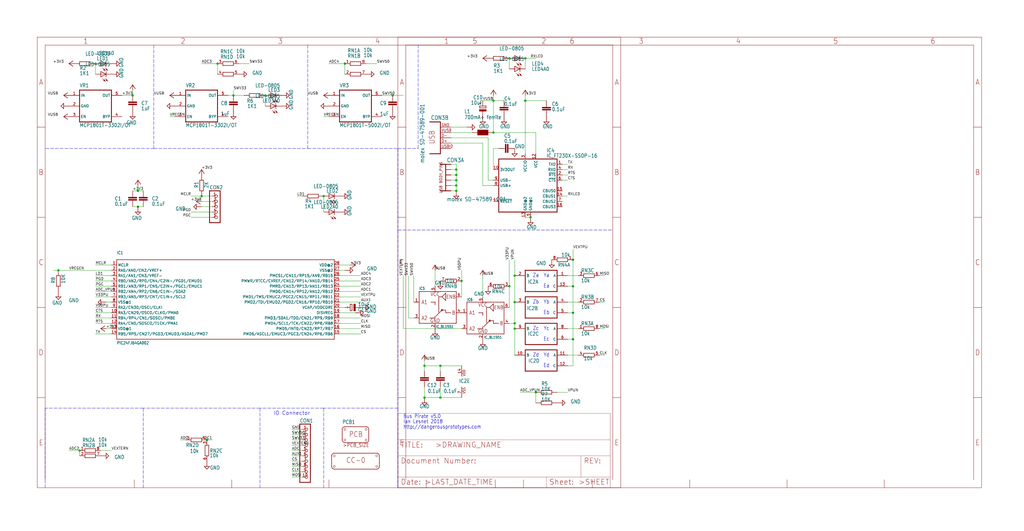
<source format=kicad_sch>
(kicad_sch (version 20211123) (generator eeschema)
  (paper "User" 490.22 254.406)
  (junction (at 210.82 175.26))
  (junction (at 154.94 93.98))
  (junction (at 274.32 162.56))
  (junction (at 243.84 27.94))
  (junction (at 38.1 215.9))
  (junction (at 246.38 154.94))
  (junction (at 251.46 27.94))
  (junction (at 165.1 30.48))
  (junction (at 218.44 81.28))
  (junction (at 63.5 45.72))
  (junction (at 66.04 91.44))
  (junction (at 256.54 187.96))
  (junction (at 187.96 45.72))
  (junction (at 127 45.72))
  (junction (at 218.44 91.44))
  (junction (at 246.38 157.48))
  (junction (at 218.44 86.36))
  (junction (at 96.52 93.98))
  (junction (at 220.98 134.62))
  (junction (at 246.38 132.08))
  (junction (at 218.44 88.9))
  (junction (at 111.76 45.72))
  (junction (at 274.32 149.86))
  (junction (at 236.22 63.5))
  (junction (at 104.14 30.48))
  (junction (at 236.22 48.26))
  (junction (at 246.38 144.78))
  (junction (at 203.2 190.5))
  (junction (at 45.72 30.48))
  (junction (at 274.32 124.46))
  (junction (at 218.44 83.82))
  (junction (at 27.94 129.54))
  (junction (at 274.32 137.16))
  (junction (at 251.46 48.26))
  (junction (at 66.04 99.06))
  (junction (at 99.06 210.82))
  (junction (at 210.82 190.5))
  (junction (at 203.2 175.26))
  (junction (at 243.84 137.16))
  (junction (at 254 104.14))
  (wire (pts (xy 246.38 144.78) (xy 246.38 154.94)))
  (polyline (pts (xy 21.844 71.12) (xy 73.66 71.12)))
  (wire (pts (xy 271.78 137.16) (xy 274.32 137.16)))
  (wire (pts (xy 236.22 45.72) (xy 236.22 48.26)))
  (wire (pts (xy 236.22 63.5) (xy 256.54 63.5)))
  (wire (pts (xy 274.32 124.46) (xy 274.32 119.38)))
  (wire (pts (xy 269.24 86.36) (xy 271.78 86.36)))
  (wire (pts (xy 226.06 63.5) (xy 215.9 63.5)))
  (wire (pts (xy 269.24 81.28) (xy 271.78 81.28)))
  (wire (pts (xy 66.04 91.44) (xy 68.58 91.44)))
  (wire (pts (xy 162.56 137.16) (xy 172.72 137.16)))
  (wire (pts (xy 287.02 132.08) (xy 289.56 132.08)))
  (wire (pts (xy 48.26 215.9) (xy 53.34 215.9)))
  (wire (pts (xy 220.98 142.24) (xy 220.98 134.62)))
  (wire (pts (xy 167.64 127) (xy 162.56 127)))
  (wire (pts (xy 162.56 160.02) (xy 172.72 160.02)))
  (polyline (pts (xy 21.59 195.58) (xy 21.59 233.68)))
  (wire (pts (xy 274.32 175.26) (xy 274.32 162.56)))
  (wire (pts (xy 53.34 132.08) (xy 45.72 132.08)))
  (wire (pts (xy 144.78 215.9) (xy 139.7 215.9)))
  (wire (pts (xy 193.04 45.72) (xy 187.96 45.72)))
  (wire (pts (xy 53.34 137.16) (xy 45.72 137.16)))
  (polyline (pts (xy 200.152 71.12) (xy 200.152 21.59)))
  (wire (pts (xy 246.38 124.46) (xy 246.38 132.08)))
  (wire (pts (xy 256.54 187.96) (xy 248.92 187.96)))
  (wire (pts (xy 104.14 30.48) (xy 104.14 35.56)))
  (wire (pts (xy 271.78 162.56) (xy 274.32 162.56)))
  (wire (pts (xy 218.44 91.44) (xy 215.9 91.44)))
  (polyline (pts (xy 124.46 195.58) (xy 68.58 195.58)))
  (wire (pts (xy 246.38 170.18) (xy 246.38 157.48)))
  (wire (pts (xy 215.9 66.04) (xy 233.68 66.04)))
  (wire (pts (xy 274.32 162.56) (xy 274.32 149.86)))
  (wire (pts (xy 220.98 157.48) (xy 193.04 157.48)))
  (polyline (pts (xy 190.5 71.12) (xy 190.5 110.236)))
  (polyline (pts (xy 190.5 110.236) (xy 293.37 110.236)))
  (wire (pts (xy 220.98 134.62) (xy 220.98 129.54)))
  (wire (pts (xy 175.26 30.48) (xy 180.34 30.48)))
  (wire (pts (xy 27.94 129.54) (xy 25.4 129.54)))
  (wire (pts (xy 162.56 144.78) (xy 172.72 144.78)))
  (wire (pts (xy 63.5 99.06) (xy 66.04 99.06)))
  (wire (pts (xy 144.78 220.98) (xy 139.7 220.98)))
  (wire (pts (xy 276.86 144.78) (xy 271.78 144.78)))
  (wire (pts (xy 271.78 175.26) (xy 274.32 175.26)))
  (wire (pts (xy 218.44 78.74) (xy 215.9 78.74)))
  (polyline (pts (xy 68.58 195.58) (xy 21.59 195.58)))
  (wire (pts (xy 99.06 210.82) (xy 101.6 210.82)))
  (wire (pts (xy 218.44 83.82) (xy 218.44 86.36)))
  (polyline (pts (xy 154.94 195.58) (xy 124.46 195.58)))
  (wire (pts (xy 231.14 48.26) (xy 236.22 48.26)))
  (wire (pts (xy 210.82 190.5) (xy 210.82 185.42)))
  (wire (pts (xy 162.56 142.24) (xy 172.72 142.24)))
  (wire (pts (xy 210.82 177.8) (xy 210.82 175.26)))
  (wire (pts (xy 243.84 147.32) (xy 243.84 137.16)))
  (wire (pts (xy 261.62 48.26) (xy 251.46 48.26)))
  (polyline (pts (xy 68.58 195.58) (xy 68.58 233.68)))
  (wire (pts (xy 53.34 154.94) (xy 45.72 154.94)))
  (wire (pts (xy 269.24 78.74) (xy 271.78 78.74)))
  (wire (pts (xy 144.78 213.36) (xy 139.7 213.36)))
  (wire (pts (xy 218.44 83.82) (xy 215.9 83.82)))
  (polyline (pts (xy 147.32 71.12) (xy 190.5 71.12)))
  (wire (pts (xy 243.84 154.94) (xy 246.38 154.94)))
  (wire (pts (xy 101.6 93.98) (xy 96.52 93.98)))
  (wire (pts (xy 269.24 93.98) (xy 271.78 93.98)))
  (wire (pts (xy 162.56 132.08) (xy 172.72 132.08)))
  (wire (pts (xy 210.82 175.26) (xy 220.98 175.26)))
  (wire (pts (xy 111.76 45.72) (xy 116.84 45.72)))
  (polyline (pts (xy 190.5 195.58) (xy 154.94 195.58)))
  (wire (pts (xy 66.04 91.44) (xy 66.04 88.9)))
  (wire (pts (xy 271.78 149.86) (xy 274.32 149.86)))
  (wire (pts (xy 203.2 190.5) (xy 210.82 190.5)))
  (wire (pts (xy 198.12 152.4) (xy 195.58 152.4)))
  (wire (pts (xy 231.14 142.24) (xy 231.14 132.08)))
  (polyline (pts (xy 147.32 21.59) (xy 147.32 71.12)))
  (wire (pts (xy 246.38 154.94) (xy 246.38 157.48)))
  (wire (pts (xy 53.34 152.4) (xy 45.72 152.4)))
  (polyline (pts (xy 73.66 21.59) (xy 73.66 71.12)))
  (wire (pts (xy 236.22 88.9) (xy 231.14 88.9)))
  (wire (pts (xy 165.1 30.48) (xy 157.48 30.48)))
  (wire (pts (xy 276.86 157.48) (xy 271.78 157.48)))
  (polyline (pts (xy 154.94 195.58) (xy 154.94 233.68)))
  (wire (pts (xy 96.52 93.98) (xy 91.44 93.98)))
  (wire (pts (xy 144.78 205.74) (xy 139.7 205.74)))
  (wire (pts (xy 53.34 134.62) (xy 45.72 134.62)))
  (wire (pts (xy 218.44 88.9) (xy 218.44 91.44)))
  (wire (pts (xy 218.44 81.28) (xy 218.44 83.82)))
  (wire (pts (xy 162.56 139.7) (xy 172.72 139.7)))
  (wire (pts (xy 63.5 91.44) (xy 66.04 91.44)))
  (wire (pts (xy 144.78 218.44) (xy 139.7 218.44)))
  (wire (pts (xy 101.6 104.14) (xy 91.44 104.14)))
  (wire (pts (xy 276.86 132.08) (xy 271.78 132.08)))
  (wire (pts (xy 144.78 226.06) (xy 139.7 226.06)))
  (polyline (pts (xy 190.5 110.236) (xy 190.5 195.58)))
  (wire (pts (xy 223.52 60.96) (xy 215.9 60.96)))
  (wire (pts (xy 111.76 45.72) (xy 111.76 43.18)))
  (wire (pts (xy 170.18 149.86) (xy 162.56 149.86)))
  (wire (pts (xy 144.78 208.28) (xy 139.7 208.28)))
  (wire (pts (xy 243.84 27.94) (xy 243.84 33.02)))
  (wire (pts (xy 243.84 137.16) (xy 243.84 124.46)))
  (wire (pts (xy 162.56 157.48) (xy 172.72 157.48)))
  (wire (pts (xy 251.46 27.94) (xy 256.54 27.94)))
  (wire (pts (xy 251.46 45.72) (xy 251.46 48.26)))
  (wire (pts (xy 104.14 30.48) (xy 96.52 30.48)))
  (wire (pts (xy 256.54 187.96) (xy 256.54 193.04)))
  (wire (pts (xy 101.6 99.06) (xy 96.52 99.06)))
  (wire (pts (xy 144.78 223.52) (xy 139.7 223.52)))
  (wire (pts (xy 236.22 86.36) (xy 233.68 86.36)))
  (wire (pts (xy 144.78 210.82) (xy 139.7 210.82)))
  (wire (pts (xy 203.2 185.42) (xy 203.2 190.5)))
  (wire (pts (xy 53.34 144.78) (xy 50.8 144.78)))
  (wire (pts (xy 45.72 30.48) (xy 45.72 35.56)))
  (polyline (pts (xy 190.5 71.12) (xy 200.152 71.12)))
  (polyline (pts (xy 190.5 195.58) (xy 190.5 233.68)))
  (wire (pts (xy 154.94 93.98) (xy 154.94 101.6)))
  (wire (pts (xy 236.22 71.12) (xy 236.22 81.28)))
  (wire (pts (xy 210.82 175.26) (xy 203.2 175.26)))
  (wire (pts (xy 53.34 142.24) (xy 45.72 142.24)))
  (wire (pts (xy 66.04 99.06) (xy 68.58 99.06)))
  (wire (pts (xy 266.7 187.96) (xy 271.78 187.96)))
  (wire (pts (xy 276.86 170.18) (xy 271.78 170.18)))
  (wire (pts (xy 38.1 215.9) (xy 33.02 215.9)))
  (wire (pts (xy 210.82 190.5) (xy 220.98 190.5)))
  (wire (pts (xy 88.9 210.82) (xy 86.36 210.82)))
  (wire (pts (xy 162.56 154.94) (xy 172.72 154.94)))
  (wire (pts (xy 274.32 149.86) (xy 274.32 137.16)))
  (wire (pts (xy 53.34 139.7) (xy 45.72 139.7)))
  (wire (pts (xy 218.44 86.36) (xy 218.44 88.9)))
  (wire (pts (xy 53.34 160.02) (xy 45.72 160.02)))
  (wire (pts (xy 144.78 228.6) (xy 139.7 228.6)))
  (wire (pts (xy 256.54 73.66) (xy 256.54 63.5)))
  (wire (pts (xy 233.68 86.36) (xy 233.68 66.04)))
  (wire (pts (xy 53.34 129.54) (xy 27.94 129.54)))
  (wire (pts (xy 162.56 152.4) (xy 172.72 152.4)))
  (wire (pts (xy 165.1 129.54) (xy 162.56 129.54)))
  (wire (pts (xy 63.5 45.72) (xy 63.5 43.18)))
  (wire (pts (xy 187.96 45.72) (xy 182.88 45.72)))
  (wire (pts (xy 218.44 81.28) (xy 215.9 81.28)))
  (wire (pts (xy 127 45.72) (xy 127 50.8)))
  (wire (pts (xy 203.2 177.8) (xy 203.2 175.26)))
  (wire (pts (xy 157.48 55.88) (xy 154.94 55.88)))
  (wire (pts (xy 195.58 152.4) (xy 195.58 132.08)))
  (wire (pts (xy 58.42 45.72) (xy 63.5 45.72)))
  (wire (pts (xy 231.14 88.9) (xy 231.14 68.58)))
  (wire (pts (xy 274.32 137.16) (xy 274.32 124.46)))
  (wire (pts (xy 193.04 157.48) (xy 193.04 132.08)))
  (wire (pts (xy 251.46 27.94) (xy 251.46 33.02)))
  (wire (pts (xy 114.3 30.48) (xy 119.38 30.48)))
  (wire (pts (xy 198.12 144.78) (xy 198.12 132.08)))
  (polyline (pts (xy 73.66 71.12) (xy 147.32 71.12)))
  (wire (pts (xy 91.44 101.6) (xy 101.6 101.6)))
  (wire (pts (xy 236.22 63.5) (xy 236.22 48.26)))
  (wire (pts (xy 269.24 83.82) (xy 271.78 83.82)))
  (wire (pts (xy 215.9 88.9) (xy 218.44 88.9)))
  (wire (pts (xy 165.1 147.32) (xy 162.56 147.32)))
  (wire (pts (xy 251.46 48.26) (xy 251.46 73.66)))
  (wire (pts (xy 218.44 78.74) (xy 218.44 81.28)))
  (wire (pts (xy 287.02 144.78) (xy 289.56 144.78)))
  (wire (pts (xy 38.1 215.9) (xy 38.1 218.44)))
  (wire (pts (xy 231.14 68.58) (xy 215.9 68.58)))
  (wire (pts (xy 287.02 157.48) (xy 289.56 157.48)))
  (polyline (pts (xy 124.46 195.58) (xy 124.46 233.68)))
  (wire (pts (xy 287.02 170.18) (xy 289.56 170.18)))
  (wire (pts (xy 218.44 86.36) (xy 215.9 86.36)))
  (wire (pts (xy 162.56 134.62) (xy 172.72 134.62)))
  (wire (pts (xy 203.2 172.72) (xy 203.2 175.26)))
  (wire (pts (xy 53.34 147.32) (xy 45.72 147.32)))
  (wire (pts (xy 165.1 30.48) (xy 165.1 35.56)))
  (wire (pts (xy 96.52 96.52) (xy 101.6 96.52)))
  (wire (pts (xy 109.22 45.72) (xy 111.76 45.72)))
  (wire (pts (xy 53.34 149.86) (xy 45.72 149.86)))
  (wire (pts (xy 238.76 71.12) (xy 236.22 71.12)))
  (wire (pts (xy 246.38 132.08) (xy 246.38 144.78)))
  (wire (pts (xy 144.78 93.98) (xy 142.24 93.98)))
  (wire (pts (xy 236.22 48.26) (xy 241.3 48.26)))
  (wire (pts (xy 208.28 137.16) (xy 208.28 129.54)))
  (wire (pts (xy 53.34 127) (xy 45.72 127)))
  (wire (pts (xy 53.34 157.48) (xy 50.8 157.48)))
  (wire (pts (xy 83.82 55.88) (xy 81.28 55.88)))
  (wire (pts (xy 251.46 104.14) (xy 254 104.14)))
  (text "Bus Pirate v5.0" (at 193.04 200.66 180) (effects (font (size 1.778 1.5113)) (justify left bottom)))
  (text "Yc" (at 261.62 157.48 180) (effects (font (size 1.778 1.5113))))
  (text "Zd" (at 256.54 170.18 180) (effects (font (size 1.778 1.5113))))
  (text "Yd" (at 261.62 170.18 180) (effects (font (size 1.778 1.5113))))
  (text "Ec" (at 261.62 162.56 180) (effects (font (size 1.778 1.5113))))
  (text "Ea" (at 261.62 137.16 180) (effects (font (size 1.778 1.5113))))
  (text "Ya" (at 261.62 132.08 180) (effects (font (size 1.778 1.5113))))
  (text "http://dangerousprototypes.com" (at 193.04 205.74 180) (effects (font (size 1.778 1.5113)) (justify left bottom)))
  (text "Zb" (at 256.54 144.78 180) (effects (font (size 1.778 1.5113))))
  (text "Ed" (at 261.62 175.26 180) (effects (font (size 1.778 1.5113))))
  (text "IO Connector" (at 139.7 198.12 180) (effects (font (size 1.778 1.778))))
  (text "Zc" (at 256.54 157.48 180) (effects (font (size 1.778 1.5113))))
  (text "Ian Lesnet 2018" (at 193.04 203.2 180) (effects (font (size 1.778 1.5113)) (justify left bottom)))
  (text "Eb" (at 261.62 149.86 180) (effects (font (size 1.778 1.5113))))
  (text "Za" (at 256.54 132.08 180) (effects (font (size 1.778 1.5113))))
  (text "Yb" (at 261.62 144.78 180) (effects (font (size 1.778 1.5113))))
  (label "RX" (at 271.78 81.28 0) (effects (font (size 1.2446 1.2446))))
  (label "ADC" (at 86.36 210.82 0) (effects (font (size 1.2446 1.2446))))
  (label "VREGEN" (at 154.94 55.88 0) (effects (font (size 1.2446 1.2446))))
  (label "MCLR" (at 45.72 127 0) (effects (font (size 1.2446 1.2446))))
  (label "+3V3" (at 96.52 96.52 180) (effects (font (size 1.2446 1.2446))))
  (label "VPUN" (at 246.38 124.46 90) (effects (font (size 1.2446 1.2446))))
  (label "VEXTPU" (at 172.72 142.24 0) (effects (font (size 1.2446 1.2446))))
  (label "SWV50" (at 139.7 208.28 0) (effects (font (size 1.2446 1.2446))))
  (label "VUSB" (at 147.32 45.72 0) (effects (font (size 1.2446 1.2446))))
  (label "VUSB" (at 22.86 55.88 0) (effects (font (size 1.2446 1.2446))))
  (label "CLK" (at 172.72 154.94 0) (effects (font (size 1.2446 1.2446))))
  (label "ADC4" (at 157.48 30.48 0) (effects (font (size 1.2446 1.2446))))
  (label "SWV50" (at 198.12 132.08 90) (effects (font (size 1.2446 1.2446))))
  (label "+3V3" (at 223.52 27.94 0) (effects (font (size 1.2446 1.2446))))
  (label "ADC3" (at 96.52 30.48 0) (effects (font (size 1.2446 1.2446))))
  (label "RTS" (at 271.78 83.82 0) (effects (font (size 1.2446 1.2446))))
  (label "SWV33" (at 195.58 132.08 90) (effects (font (size 1.2446 1.2446))))
  (label "PGC" (at 45.72 137.16 0) (effects (font (size 1.2446 1.2446))))
  (label "V50PU" (at 45.72 147.32 0) (effects (font (size 1.2446 1.2446))))
  (label "MOSI" (at 287.02 157.48 0) (effects (font (size 1.2446 1.2446))))
  (label "LD1" (at 142.24 93.98 0) (effects (font (size 1.2446 1.2446))))
  (label "ADC2" (at 172.72 137.16 0) (effects (font (size 1.2446 1.2446))))
  (label "VPUN" (at 271.78 187.96 0) (effects (font (size 1.2446 1.2446))))
  (label "AUX1" (at 139.7 218.44 0) (effects (font (size 1.2446 1.2446))))
  (label "VUSB" (at 203.2 172.72 0) (effects (font (size 1.2446 1.2446))))
  (label "ADC3" (at 172.72 134.62 0) (effects (font (size 1.2446 1.2446))))
  (label "CTS" (at 271.78 86.36 0) (effects (font (size 1.2446 1.2446))))
  (label "SWV50" (at 182.88 45.72 0) (effects (font (size 1.2446 1.2446))))
  (label "+3V3" (at 63.5 91.44 0) (effects (font (size 1.2446 1.2446))))
  (label "ADC1" (at 172.72 139.7 0) (effects (font (size 1.2446 1.2446))))
  (label "SWV33" (at 139.7 210.82 0) (effects (font (size 1.2446 1.2446))))
  (label "CLK" (at 287.02 170.18 0) (effects (font (size 1.2446 1.2446))))
  (label "MISO" (at 287.02 132.08 0) (effects (font (size 1.2446 1.2446))))
  (label "RXLED" (at 254 27.94 0) (effects (font (size 1.2446 1.2446))))
  (label "SWV33" (at 111.76 43.18 0) (effects (font (size 1.2446 1.2446))))
  (label "VUSB" (at 231.14 132.08 0) (effects (font (size 1.2446 1.2446))))
  (label "CS" (at 287.02 144.78 0) (effects (font (size 1.2446 1.2446))))
  (label "PGD" (at 91.44 101.6 180) (effects (font (size 1.2446 1.2446))))
  (label "RX" (at 45.72 152.4 0) (effects (font (size 1.2446 1.2446))))
  (label "+3V3" (at 25.4 30.48 0) (effects (font (size 1.2446 1.2446))))
  (label "MISO" (at 139.7 223.52 0) (effects (font (size 1.2446 1.2446))))
  (label "VUSB" (at 231.14 48.26 0) (effects (font (size 1.2446 1.2446))))
  (label "AUX1" (at 172.72 144.78 0) (effects (font (size 1.2446 1.2446))))
  (label "VEXTERN" (at 193.04 132.08 90) (effects (font (size 1.2446 1.2446))))
  (label "VUSB" (at 73.66 45.72 0) (effects (font (size 1.2446 1.2446))))
  (label "CLK" (at 139.7 226.06 0) (effects (font (size 1.2446 1.2446))))
  (label "LD1" (at 45.72 132.08 0) (effects (font (size 1.2446 1.2446))))
  (label "ADC_VPUN" (at 45.72 139.7 0) (effects (font (size 1.2446 1.2446))))
  (label "MCLR" (at 91.44 93.98 180) (effects (font (size 1.2446 1.2446))))
  (label "PGC" (at 91.44 104.14 180) (effects (font (size 1.2446 1.2446))))
  (label "+3V3" (at 50.8 157.48 0) (effects (font (size 1.2446 1.2446))))
  (label "ADC1" (at 101.6 210.82 180) (effects (font (size 1.2446 1.2446))))
  (label "SWV50" (at 180.34 30.48 0) (effects (font (size 1.2446 1.2446))))
  (label "PGD" (at 45.72 134.62 0) (effects (font (size 1.2446 1.2446))))
  (label "SWV33" (at 119.38 30.48 0) (effects (font (size 1.2446 1.2446))))
  (label "CTS" (at 45.72 149.86 0) (effects (font (size 1.2446 1.2446))))
  (label "RXLED" (at 271.78 93.98 0) (effects (font (size 1.2446 1.2446))))
  (label "CS" (at 172.72 160.02 0) (effects (font (size 1.2446 1.2446))))
  (label "VEXTERN" (at 53.34 215.9 0) (effects (font (size 1.2446 1.2446))))
  (label "VEXTPU" (at 274.32 119.38 0) (effects (font (size 1.2446 1.2446))))
  (label "CS" (at 139.7 220.98 0) (effects (font (size 1.2446 1.2446))))
  (label "VUSB" (at 22.86 45.72 0) (effects (font (size 1.2446 1.2446))))
  (label "TX" (at 45.72 160.02 0) (effects (font (size 1.2446 1.2446))))
  (label "V33PU" (at 45.72 142.24 0) (effects (font (size 1.2446 1.2446))))
  (label "TX" (at 271.78 78.74 0) (effects (font (size 1.2446 1.2446))))
  (label "MISO" (at 172.72 157.48 0) (effects (font (size 1.2446 1.2446))))
  (label "+3V3" (at 96.52 81.28 0) (effects (font (size 1.2446 1.2446))))
  (label "ADC4" (at 172.72 132.08 0) (effects (font (size 1.2446 1.2446))))
  (label "ADC_VPUN" (at 248.92 187.96 0) (effects (font (size 1.2446 1.2446))))
  (label "VUSB" (at 208.28 129.54 0) (effects (font (size 1.2446 1.2446))))
  (label "VEXTERN" (at 139.7 213.36 0) (effects (font (size 1.2446 1.2446))))
  (label "MOSI" (at 172.72 152.4 0) (effects (font (size 1.2446 1.2446))))
  (label "+3V3" (at 167.64 127 0) (effects (font (size 1.2446 1.2446))))
  (label "ADC" (at 139.7 215.9 0) (effects (font (size 1.2446 1.2446))))
  (label "+3V3" (at 251.46 45.72 0) (effects (font (size 1.2446 1.2446))))
  (label "VREGEN" (at 81.28 55.88 0) (effects (font (size 1.2446 1.2446))))
  (label "MOSI" (at 139.7 228.6 0) (effects (font (size 1.2446 1.2446))))
  (label "GND" (at 139.7 205.74 0) (effects (font (size 1.2446 1.2446))))
  (label "V50PU" (at 220.98 129.54 90) (effects (font (size 1.2446 1.2446))))
  (label "+3V3" (at 58.42 45.72 0) (effects (font (size 1.2446 1.2446))))
  (label "ADC2" (at 33.02 215.9 0) (effects (font (size 1.2446 1.2446))))
  (label "RTS" (at 45.72 154.94 0) (effects (font (size 1.2446 1.2446))))
  (label "VREGEN" (at 33.02 129.54 0) (effects (font (size 1.2446 1.2446))))
  (label "V33PU" (at 243.84 124.46 90) (effects (font (size 1.2446 1.2446))))
  (symbol (lib_id "schematicEagle-eagle-import:RNETWORK") (at 238.76 137.16 180) (unit 3)
    (property "Reference" "RN4" (at 241.808 138.6586 0) (effects (font (size 1.778 1.5113)) (justify left bottom)))
    (property "Value" "10k" (at 240.792 136.398 0) (effects (font (size 1.778 1.5113)) (justify left bottom)))
    (property "Footprint" "schematicEagle:RN8P-4R-CRA06S" (effects hide))
  )
  (symbol (lib_id "schematicEagle-eagle-import:CAPC603") (at 243.84 71.12 90) (unit 1)
    (property "Reference" "C5" (at 241.3 66.04 90) (effects (font (size 1.778 1.5113)) (justify right top)))
    (property "Value" "0.1uF" (at 241.3 68.58 90) (effects (font (size 1.778 1.5113)) (justify right top)))
    (property "Footprint" "schematicEagle:C603" (effects hide))
  )
  (symbol (lib_id "schematicEagle-eagle-import:CAPC603") (at 203.2 182.88 0) (unit 1)
    (property "Reference" "C12" (at 204.47 185.547 0) (effects (font (size 1.778 1.5113)) (justify left bottom)))
    (property "Value" "0.1uF" (at 204.724 188.341 0) (effects (font (size 1.778 1.5113)) (justify left bottom)))
    (property "Footprint" "schematicEagle:C603" (effects hide))
  )
  (symbol (lib_id "schematicEagle-eagle-import:PCB_DP_SQUARE-5X5") (at 170.18 208.28 0) (unit 1)
    (property "Reference" "PCB1" (at 163.83 203.2 0) (effects (font (size 1.778 1.5113)) (justify left bottom)))
    (property "Value" "PCB_DP_SQUARE-5X5" (effects hide))
    (property "Footprint" "schematicEagle:DP5050_V1" (effects hide))
  )
  (symbol (lib_id "schematicEagle-eagle-import:FRAME_A_L") (at 190.5 233.68 0) (unit 2)
    (property "Reference" "#FRAME2" (effects hide))
    (property "Value" "FRAME_A_L" (effects hide))
    (property "Footprint" "schematicEagle:" (effects hide))
  )
  (symbol (lib_id "schematicEagle-eagle-import:SUPPLY_+3V3") (at 50.8 157.48 90) (unit 1)
    (property "Reference" "#+3V6" (effects hide))
    (property "Value" "SUPPLY_+3V3" (effects hide))
    (property "Footprint" "schematicEagle:" (effects hide))
  )
  (symbol (lib_id "schematicEagle-eagle-import:RNETWORK") (at 281.94 132.08 0) (unit 3)
    (property "Reference" "RN3" (at 278.13 130.5814 0) (effects (font (size 1.778 1.5113)) (justify left bottom)))
    (property "Value" "10k" (at 278.13 135.382 0) (effects (font (size 1.778 1.5113)) (justify left bottom)))
    (property "Footprint" "schematicEagle:RN8P-4R-CRA06S" (effects hide))
  )
  (symbol (lib_id "schematicEagle-eagle-import:4066") (at 220.98 182.88 0) (unit 5)
    (property "Reference" "IC2" (at 219.71 183.515 0) (effects (font (size 1.778 1.5113)) (justify left bottom)))
    (property "Value" "4066" (effects hide))
    (property "Footprint" "schematicEagle:TSSOP14" (effects hide))
  )
  (symbol (lib_id "schematicEagle-eagle-import:FRAME_A_L") (at 17.78 233.68 0) (unit 1)
    (property "Reference" "#FRAME2" (effects hide))
    (property "Value" "FRAME_A_L" (effects hide))
    (property "Footprint" "schematicEagle:" (effects hide))
  )
  (symbol (lib_id "schematicEagle-eagle-import:CAPC603") (at 63.5 50.8 0) (unit 1)
    (property "Reference" "C7" (at 67.564 50.419 0) (effects (font (size 1.778 1.5113)) (justify left bottom)))
    (property "Value" "1uF" (at 67.564 52.959 0) (effects (font (size 1.778 1.5113)) (justify left bottom)))
    (property "Footprint" "schematicEagle:C603" (effects hide))
  )
  (symbol (lib_id "schematicEagle-eagle-import:SUPPLY_+3V3") (at 66.04 88.9 0) (unit 1)
    (property "Reference" "#+3V3" (effects hide))
    (property "Value" "SUPPLY_+3V3" (effects hide))
    (property "Footprint" "schematicEagle:" (effects hide))
  )
  (symbol (lib_id "schematicEagle-eagle-import:IC_BL1551") (at 233.68 149.86 0) (unit 1)
    (property "Reference" "IC6" (at 223.52 144.272 0) (effects (font (size 1.27 1.0795)) (justify left bottom)))
    (property "Value" "IC_BL1551" (at 231.648 162.306 0) (effects (font (size 1.27 1.0795)) (justify left bottom)))
    (property "Footprint" "schematicEagle:SC-70-6" (effects hide))
  )
  (symbol (lib_id "schematicEagle-eagle-import:GND") (at 172.72 149.86 90) (unit 1)
    (property "Reference" "#V5" (effects hide))
    (property "Value" "GND" (at 175.387 149.987 90) (effects (font (size 1.778 1.5113)) (justify right top)))
    (property "Footprint" "schematicEagle:" (effects hide))
  )
  (symbol (lib_id "schematicEagle-eagle-import:LED-0805") (at 129.54 45.72 90) (unit 1)
    (property "Reference" "LED3" (at 134.112 42.164 90) (effects (font (size 1.778 1.5113)) (justify left bottom)))
    (property "Value" "LED-0805" (at 134.112 40.005 90) (effects (font (size 1.778 1.5113)) (justify left bottom)))
    (property "Footprint" "schematicEagle:LED-805" (effects hide))
  )
  (symbol (lib_id "schematicEagle-eagle-import:SUPPLY_VUSB") (at 157.48 45.72 90) (unit 1)
    (property "Reference" "#VUSB4" (effects hide))
    (property "Value" "SUPPLY_VUSB" (effects hide))
    (property "Footprint" "schematicEagle:" (effects hide))
  )
  (symbol (lib_id "schematicEagle-eagle-import:GND") (at 116.84 35.56 90) (mirror x) (unit 1)
    (property "Reference" "#V31" (effects hide))
    (property "Value" "GND" (at 125.603 35.941 90) (effects (font (size 1.778 1.5113)) (justify left bottom)))
    (property "Footprint" "schematicEagle:" (effects hide))
  )
  (symbol (lib_id "schematicEagle-eagle-import:RESISTORR603") (at 261.62 193.04 0) (mirror y) (unit 1)
    (property "Reference" "R7" (at 259.08 187.96 0) (effects (font (size 1.778 1.5113)) (justify right top)))
    (property "Value" "10K" (at 259.08 190.5 0) (effects (font (size 1.778 1.5113)) (justify right top)))
    (property "Footprint" "schematicEagle:R603" (effects hide))
  )
  (symbol (lib_id "schematicEagle-eagle-import:MIC5205") (at 170.18 50.8 0) (unit 1)
    (property "Reference" "VR3" (at 162.56 41.91 0) (effects (font (size 1.778 1.5113)) (justify left bottom)))
    (property "Value" "MCP1801T-5002I/OT" (at 162.56 60.96 0) (effects (font (size 1.778 1.5113)) (justify left bottom)))
    (property "Footprint" "schematicEagle:SOT-23-5" (effects hide))
  )
  (symbol (lib_id "schematicEagle-eagle-import:RESISTORR603") (at 121.92 45.72 180) (unit 1)
    (property "Reference" "R6" (at 118.11 49.3014 0) (effects (font (size 1.778 1.5113)) (justify right top)))
    (property "Value" "1K1" (at 118.364 51.816 0) (effects (font (size 1.778 1.5113)) (justify right top)))
    (property "Footprint" "schematicEagle:R603" (effects hide))
  )
  (symbol (lib_id "schematicEagle-eagle-import:GND") (at 165.1 101.6 90) (unit 1)
    (property "Reference" "#V36" (effects hide))
    (property "Value" "GND" (at 168.275 103.505 0) (effects (font (size 1.778 1.5113)) (justify left bottom)))
    (property "Footprint" "schematicEagle:" (effects hide))
  )
  (symbol (lib_id "schematicEagle-eagle-import:RNETWORK") (at 281.94 157.48 0) (unit 1)
    (property "Reference" "RN3" (at 278.13 155.9814 0) (effects (font (size 1.778 1.5113)) (justify left bottom)))
    (property "Value" "10k" (at 278.13 160.782 0) (effects (font (size 1.778 1.5113)) (justify left bottom)))
    (property "Footprint" "schematicEagle:RN8P-4R-CRA06S" (effects hide))
  )
  (symbol (lib_id "schematicEagle-eagle-import:LED-0805") (at 48.26 35.56 90) (unit 1)
    (property "Reference" "LED1" (at 46.228 28.956 90) (effects (font (size 1.778 1.5113)) (justify right top)))
    (property "Value" "LED-0805" (at 52.832 29.845 90) (effects (font (size 1.778 1.5113)) (justify left bottom)))
    (property "Footprint" "schematicEagle:LED-805" (effects hide))
  )
  (symbol (lib_id "schematicEagle-eagle-import:LED-0805") (at 246.38 33.02 90) (unit 1)
    (property "Reference" "LED4A0" (at 254.508 34.036 90) (effects (font (size 1.778 1.5113)) (justify right top)))
    (property "Value" "LED-0805" (at 250.952 27.305 90) (effects (font (size 1.778 1.5113)) (justify left bottom)))
    (property "Footprint" "schematicEagle:LED-805" (effects hide))
  )
  (symbol (lib_id "schematicEagle-eagle-import:CAPC603") (at 187.96 50.8 0) (unit 1)
    (property "Reference" "C9" (at 181.864 50.419 0) (effects (font (size 1.778 1.5113)) (justify left bottom)))
    (property "Value" "1uF" (at 181.864 55.499 0) (effects (font (size 1.778 1.5113)) (justify left bottom)))
    (property "Footprint" "schematicEagle:C603" (effects hide))
  )
  (symbol (lib_id "schematicEagle-eagle-import:CON_HEADER_1X05-PTH") (at 101.6 99.06 0) (unit 1)
    (property "Reference" "CON2" (at 100.33 90.805 0) (effects (font (size 1.778 1.5113)) (justify left bottom)))
    (property "Value" "CON_HEADER_1X05-PTH" (effects hide))
    (property "Footprint" "schematicEagle:M1X5" (effects hide))
  )
  (symbol (lib_id "schematicEagle-eagle-import:IC_BL1551") (at 210.82 144.78 0) (unit 1)
    (property "Reference" "IC5" (at 200.66 138.938 0) (effects (font (size 1.27 1.0795)) (justify left bottom)))
    (property "Value" "IC_BL1551" (at 208.534 157.226 0) (effects (font (size 1.27 1.0795)) (justify left bottom)))
    (property "Footprint" "schematicEagle:SC-70-6" (effects hide))
  )
  (symbol (lib_id "schematicEagle-eagle-import:CAPC603") (at 63.5 96.52 0) (unit 1)
    (property "Reference" "C1" (at 54.864 96.139 0) (effects (font (size 1.778 1.5113)) (justify left bottom)))
    (property "Value" "0.1uF" (at 54.864 98.679 0) (effects (font (size 1.778 1.5113)) (justify left bottom)))
    (property "Footprint" "schematicEagle:C603" (effects hide))
  )
  (symbol (lib_id "schematicEagle-eagle-import:MIC5205") (at 45.72 50.8 0) (unit 1)
    (property "Reference" "VR1" (at 38.1 41.91 0) (effects (font (size 1.778 1.5113)) (justify left bottom)))
    (property "Value" "MCP1801T-3302I/OT" (at 38.1 60.96 0) (effects (font (size 1.778 1.5113)) (justify left bottom)))
    (property "Footprint" "schematicEagle:SOT-23-5" (effects hide))
  )
  (symbol (lib_id "schematicEagle-eagle-import:RNETWORK") (at 170.18 30.48 0) (unit 1)
    (property "Reference" "RN1" (at 166.37 25.1714 0) (effects (font (size 1.778 1.5113)) (justify left bottom)))
    (property "Value" "10k" (at 173.99 24.892 0) (effects (font (size 1.778 1.5113)) (justify left bottom)))
    (property "Footprint" "schematicEagle:RN8P-4R-CRA06S" (effects hide))
  )
  (symbol (lib_id "schematicEagle-eagle-import:RESISTORR603") (at 27.94 134.62 90) (unit 1)
    (property "Reference" "R8" (at 26.4414 135.89 0) (effects (font (size 1.778 1.5113)) (justify left bottom)))
    (property "Value" "10K" (at 31.242 135.89 0) (effects (font (size 1.778 1.5113)) (justify left bottom)))
    (property "Footprint" "schematicEagle:R603" (effects hide))
  )
  (symbol (lib_id "schematicEagle-eagle-import:GND") (at 233.68 139.7 0) (unit 1)
    (property "Reference" "#V30" (effects hide))
    (property "Value" "GND" (at 231.775 139.827 0) (effects (font (size 1.778 1.5113)) (justify right top)))
    (property "Footprint" "schematicEagle:" (effects hide))
  )
  (symbol (lib_id "schematicEagle-eagle-import:4066") (at 259.08 172.72 0) (mirror y) (unit 4)
    (property "Reference" "IC2" (at 258.318 173.863 0) (effects (font (size 1.778 1.5113)) (justify left bottom)))
    (property "Value" "4066" (effects hide))
    (property "Footprint" "schematicEagle:TSSOP14" (effects hide))
  )
  (symbol (lib_id "schematicEagle-eagle-import:GND") (at 30.48 50.8 270) (unit 1)
    (property "Reference" "#V9" (effects hide))
    (property "Value" "GND" (effects hide))
    (property "Footprint" "schematicEagle:" (effects hide))
  )
  (symbol (lib_id "schematicEagle-eagle-import:LED-0805") (at 157.48 101.6 90) (unit 1)
    (property "Reference" "LED2A0" (at 162.052 98.044 90) (effects (font (size 1.778 1.5113)) (justify left bottom)))
    (property "Value" "LED-0805" (at 162.052 95.885 90) (effects (font (size 1.778 1.5113)) (justify left bottom)))
    (property "Footprint" "schematicEagle:LED-805" (effects hide))
  )
  (symbol (lib_id "schematicEagle-eagle-import:GND") (at 99.06 223.52 0) (mirror y) (unit 1)
    (property "Reference" "#V29" (effects hide))
    (property "Value" "GND" (at 100.457 223.139 0) (effects (font (size 1.778 1.5113)) (justify right top)))
    (property "Footprint" "schematicEagle:" (effects hide))
  )
  (symbol (lib_id "schematicEagle-eagle-import:RESISTORR603") (at 149.86 93.98 180) (unit 1)
    (property "Reference" "R4" (at 146.05 97.282 0) (effects (font (size 1.778 1.5113)) (justify right top)))
    (property "Value" "1K1" (at 145.796 99.822 0) (effects (font (size 1.778 1.5113)) (justify right top)))
    (property "Footprint" "schematicEagle:R603" (effects hide))
  )
  (symbol (lib_id "schematicEagle-eagle-import:RNETWORK") (at 170.18 35.56 0) (unit 2)
    (property "Reference" "RN1" (at 166.37 27.7114 0) (effects (font (size 1.778 1.5113)) (justify left bottom)))
    (property "Value" "10k" (at 173.99 27.432 0) (effects (font (size 1.778 1.5113)) (justify left bottom)))
    (property "Footprint" "schematicEagle:RN8P-4R-CRA06S" (effects hide))
  )
  (symbol (lib_id "schematicEagle-eagle-import:CAPC603") (at 68.58 96.52 0) (unit 1)
    (property "Reference" "C2" (at 72.644 96.139 0) (effects (font (size 1.778 1.5113)) (justify left bottom)))
    (property "Value" "0.1uF" (at 72.644 98.679 0) (effects (font (size 1.778 1.5113)) (justify left bottom)))
    (property "Footprint" "schematicEagle:C603" (effects hide))
  )
  (symbol (lib_id "schematicEagle-eagle-import:SUPPLY_+3V3") (at 96.52 96.52 90) (unit 1)
    (property "Reference" "#+3V7" (effects hide))
    (property "Value" "SUPPLY_+3V3" (effects hide))
    (property "Footprint" "schematicEagle:" (effects hide))
  )
  (symbol (lib_id "schematicEagle-eagle-import:SUPPLY_+3V3") (at 251.46 45.72 0) (unit 1)
    (property "Reference" "#+3V2" (effects hide))
    (property "Value" "SUPPLY_+3V3" (effects hide))
    (property "Footprint" "schematicEagle:" (effects hide))
  )
  (symbol (lib_id "schematicEagle-eagle-import:RNETWORK") (at 281.94 170.18 0) (unit 4)
    (property "Reference" "RN3" (at 279.4 167.64 0) (effects (font (size 1.778 1.5113)) (justify left bottom)))
    (property "Value" "10k" (at 279.4 172.72 0) (effects (font (size 1.778 1.5113)) (justify left bottom)))
    (property "Footprint" "schematicEagle:RN8P-4R-CRA06S" (effects hide))
  )
  (symbol (lib_id "schematicEagle-eagle-import:GND") (at 93.98 99.06 270) (unit 1)
    (property "Reference" "#V12" (effects hide))
    (property "Value" "GND" (at 88.9 99.06 90) (effects (font (size 1.778 1.5113)) (justify right top)))
    (property "Footprint" "schematicEagle:" (effects hide))
  )
  (symbol (lib_id "schematicEagle-eagle-import:RNETWORK") (at 43.18 215.9 0) (unit 1)
    (property "Reference" "RN2" (at 39.37 211.8614 0) (effects (font (size 1.778 1.5113)) (justify left bottom)))
    (property "Value" "10k" (at 46.99 211.582 0) (effects (font (size 1.778 1.5113)) (justify left bottom)))
    (property "Footprint" "schematicEagle:RN8P-4R-CRA06S" (effects hide))
  )
  (symbol (lib_id "schematicEagle-eagle-import:GND") (at 269.24 193.04 90) (mirror x) (unit 1)
    (property "Reference" "#V32" (effects hide))
    (property "Value" "GND" (at 278.003 193.421 90) (effects (font (size 1.778 1.5113)) (justify left bottom)))
    (property "Footprint" "schematicEagle:" (effects hide))
  )
  (symbol (lib_id "schematicEagle-eagle-import:LOGO_CC-0") (at 170.18 220.98 0) (unit 1)
    (property "Reference" "LOGO1" (effects hide))
    (property "Value" "LOGO_CC-0" (effects hide))
    (property "Footprint" "schematicEagle:LOGO_CC-0" (effects hide))
  )
  (symbol (lib_id "schematicEagle-eagle-import:RESISTORR603") (at 40.64 30.48 180) (unit 1)
    (property "Reference" "R2" (at 38.1 33.528 0) (effects (font (size 1.778 1.5113)) (justify right top)))
    (property "Value" "1K1" (at 38.1 36.068 0) (effects (font (size 1.778 1.5113)) (justify right top)))
    (property "Footprint" "schematicEagle:R603" (effects hide))
  )
  (symbol (lib_id "schematicEagle-eagle-import:4066") (at 259.08 147.32 0) (mirror y) (unit 2)
    (property "Reference" "IC2" (at 257.556 148.717 0) (effects (font (size 1.778 1.5113)) (justify left bottom)))
    (property "Value" "4066" (effects hide))
    (property "Footprint" "schematicEagle:TSSOP14" (effects hide))
  )
  (symbol (lib_id "schematicEagle-eagle-import:CON-USB-F-MICRO-B-2") (at 210.82 66.04 0) (unit 2)
    (property "Reference" "CON3" (at 206.248 57.4675 0) (effects (font (size 1.9304 1.6408)) (justify left bottom)))
    (property "Value" "molex SD-47589-001" (at 203.2 78.232 90) (effects (font (size 1.9304 1.6408)) (justify left bottom)))
    (property "Footprint" "schematicEagle:CON_USB_MICRO-B-2-SD-47589-001" (effects hide))
  )
  (symbol (lib_id "schematicEagle-eagle-import:SUPPLY_VUSB") (at 33.02 55.88 90) (unit 1)
    (property "Reference" "#VUSB6" (effects hide))
    (property "Value" "SUPPLY_VUSB" (effects hide))
    (property "Footprint" "schematicEagle:" (effects hide))
  )
  (symbol (lib_id "schematicEagle-eagle-import:SUPPLY_+3V3") (at 96.52 83.82 0) (unit 1)
    (property "Reference" "#+3V4" (effects hide))
    (property "Value" "SUPPLY_+3V3" (effects hide))
    (property "Footprint" "schematicEagle:" (effects hide))
  )
  (symbol (lib_id "schematicEagle-eagle-import:LED-0805") (at 246.38 27.94 90) (unit 1)
    (property "Reference" "LED4" (at 254.508 31.496 90) (effects (font (size 1.778 1.5113)) (justify right top)))
    (property "Value" "LED-0805" (at 250.952 22.225 90) (effects (font (size 1.778 1.5113)) (justify left bottom)))
    (property "Footprint" "schematicEagle:LED-805" (effects hide))
  )
  (symbol (lib_id "schematicEagle-eagle-import:LED-0805") (at 129.54 50.8 90) (unit 1)
    (property "Reference" "LED3A0" (at 134.112 47.244 90) (effects (font (size 1.778 1.5113)) (justify left bottom)))
    (property "Value" "LED-0805" (at 134.112 45.085 90) (effects (font (size 1.778 1.5113)) (justify left bottom)))
    (property "Footprint" "schematicEagle:LED-805" (effects hide))
  )
  (symbol (lib_id "schematicEagle-eagle-import:SUPPLY_+3V3") (at 167.64 127 270) (unit 1)
    (property "Reference" "#+3V5" (effects hide))
    (property "Value" "SUPPLY_+3V3" (effects hide))
    (property "Footprint" "schematicEagle:" (effects hide))
  )
  (symbol (lib_id "schematicEagle-eagle-import:GND") (at 165.1 93.98 90) (unit 1)
    (property "Reference" "#V27" (effects hide))
    (property "Value" "GND" (at 168.275 95.885 0) (effects (font (size 1.778 1.5113)) (justify left bottom)))
    (property "Footprint" "schematicEagle:" (effects hide))
  )
  (symbol (lib_id "schematicEagle-eagle-import:GND") (at 231.14 58.42 0) (unit 1)
    (property "Reference" "#V23" (effects hide))
    (property "Value" "GND" (at 229.235 61.595 0) (effects (font (size 1.778 1.5113)) (justify left bottom)))
    (property "Footprint" "schematicEagle:" (effects hide))
  )
  (symbol (lib_id "schematicEagle-eagle-import:GND") (at 246.38 73.66 0) (unit 1)
    (property "Reference" "#V3" (effects hide))
    (property "Value" "GND" (at 246.38 71.12 0) (effects (font (size 1.778 1.5113)) (justify left bottom)))
    (property "Footprint" "schematicEagle:" (effects hide))
  )
  (symbol (lib_id "schematicEagle-eagle-import:4066") (at 259.08 134.62 0) (mirror y) (unit 1)
    (property "Reference" "IC2" (at 257.81 136.017 0) (effects (font (size 1.778 1.5113)) (justify left bottom)))
    (property "Value" "4066" (effects hide))
    (property "Footprint" "schematicEagle:TSSOP14" (effects hide))
  )
  (symbol (lib_id "schematicEagle-eagle-import:GND") (at 55.88 35.56 90) (unit 1)
    (property "Reference" "#V2" (effects hide))
    (property "Value" "GND" (at 59.055 37.465 0) (effects (font (size 1.778 1.5113)) (justify left bottom)))
    (property "Footprint" "schematicEagle:" (effects hide))
  )
  (symbol (lib_id "schematicEagle-eagle-import:GND") (at 111.76 55.88 0) (unit 1)
    (property "Reference" "#V14" (effects hide))
    (property "Value" "GND" (effects hide))
    (property "Footprint" "schematicEagle:" (effects hide))
  )
  (symbol (lib_id "schematicEagle-eagle-import:RNETWORK") (at 43.18 218.44 0) (unit 2)
    (property "Reference" "RN2" (at 39.37 214.4014 0) (effects (font (size 1.778 1.5113)) (justify left bottom)))
    (property "Value" "10k" (at 46.99 214.122 0) (effects (font (size 1.778 1.5113)) (justify left bottom)))
    (property "Footprint" "schematicEagle:RN8P-4R-CRA06S" (effects hide))
  )
  (symbol (lib_id "schematicEagle-eagle-import:SUPPLY_+3V3") (at 63.5 43.18 0) (unit 1)
    (property "Reference" "#+3V1" (effects hide))
    (property "Value" "SUPPLY_+3V3" (effects hide))
    (property "Footprint" "schematicEagle:" (effects hide))
  )
  (symbol (lib_id "schematicEagle-eagle-import:GND") (at 241.3 58.42 0) (unit 1)
    (property "Reference" "#V37" (effects hide))
    (property "Value" "GND" (at 239.395 61.595 0) (effects (font (size 1.778 1.5113)) (justify left bottom)))
    (property "Footprint" "schematicEagle:" (effects hide))
  )
  (symbol (lib_id "schematicEagle-eagle-import:RNETWORK") (at 215.9 134.62 180) (unit 2)
    (property "Reference" "RN4" (at 218.948 136.1186 0) (effects (font (size 1.778 1.5113)) (justify left bottom)))
    (property "Value" "10k" (at 217.932 133.604 0) (effects (font (size 1.778 1.5113)) (justify left bottom)))
    (property "Footprint" "schematicEagle:RN8P-4R-CRA06S" (effects hide))
  )
  (symbol (lib_id "schematicEagle-eagle-import:GND") (at 203.2 193.04 0) (unit 1)
    (property "Reference" "#V10" (effects hide))
    (property "Value" "GND" (at 200.787 195.707 0) (effects (font (size 1.778 1.5113)) (justify left bottom)))
    (property "Footprint" "schematicEagle:" (effects hide))
  )
  (symbol (lib_id "schematicEagle-eagle-import:GND") (at 175.26 147.32 90) (unit 1)
    (property "Reference" "#V4" (effects hide))
    (property "Value" "GND" (at 175.387 147.955 90) (effects (font (size 1.778 1.5113)) (justify right top)))
    (property "Footprint" "schematicEagle:" (effects hide))
  )
  (symbol (lib_id "schematicEagle-eagle-import:4066") (at 259.08 160.02 0) (mirror y) (unit 3)
    (property "Reference" "IC2" (at 258.064 160.909 0) (effects (font (size 1.778 1.5113)) (justify left bottom)))
    (property "Value" "4066" (effects hide))
    (property "Footprint" "schematicEagle:TSSOP14" (effects hide))
  )
  (symbol (lib_id "schematicEagle-eagle-import:RNETWORK") (at 93.98 210.82 180) (unit 4)
    (property "Reference" "RN2" (at 95.25 212.3186 0) (effects (font (size 1.778 1.5113)) (justify left bottom)))
    (property "Value" "10k" (at 95.25 215.138 0) (effects (font (size 1.778 1.5113)) (justify left bottom)))
    (property "Footprint" "schematicEagle:RN8P-4R-CRA06S" (effects hide))
  )
  (symbol (lib_id "schematicEagle-eagle-import:RESISTORR603") (at 261.62 187.96 0) (mirror y) (unit 1)
    (property "Reference" "R5" (at 259.08 182.88 0) (effects (font (size 1.778 1.5113)) (justify right top)))
    (property "Value" "10K" (at 259.08 185.42 0) (effects (font (size 1.778 1.5113)) (justify right top)))
    (property "Footprint" "schematicEagle:R603" (effects hide))
  )
  (symbol (lib_id "schematicEagle-eagle-import:RNETWORK") (at 281.94 144.78 0) (unit 2)
    (property "Reference" "RN3" (at 278.13 143.2814 0) (effects (font (size 1.778 1.5113)) (justify left bottom)))
    (property "Value" "10k" (at 278.13 148.082 0) (effects (font (size 1.778 1.5113)) (justify left bottom)))
    (property "Footprint" "schematicEagle:RN8P-4R-CRA06S" (effects hide))
  )
  (symbol (lib_id "schematicEagle-eagle-import:CAPC603") (at 261.62 53.34 0) (unit 1)
    (property "Reference" "C6" (at 264.16 50.8 0) (effects (font (size 1.778 1.5113)) (justify left bottom)))
    (property "Value" "0.1uF" (at 264.16 53.34 0) (effects (font (size 1.778 1.5113)) (justify left bottom)))
    (property "Footprint" "schematicEagle:C603" (effects hide))
  )
  (symbol (lib_id "schematicEagle-eagle-import:GND") (at 50.8 218.44 90) (mirror x) (unit 1)
    (property "Reference" "#V15" (effects hide))
    (property "Value" "GND" (at 54.737 218.059 90) (effects (font (size 1.778 1.5113)) (justify right top)))
    (property "Footprint" "schematicEagle:" (effects hide))
  )
  (symbol (lib_id "schematicEagle-eagle-import:GND") (at 137.16 50.8 90) (unit 1)
    (property "Reference" "#V8" (effects hide))
    (property "Value" "GND" (at 140.335 52.705 0) (effects (font (size 1.778 1.5113)) (justify left bottom)))
    (property "Footprint" "schematicEagle:" (effects hide))
  )
  (symbol (lib_id "schematicEagle-eagle-import:RNETWORK") (at 99.06 215.9 270) (unit 3)
    (property "Reference" "RN2" (at 100.33 216.9414 90) (effects (font (size 1.778 1.5113)) (justify left bottom)))
    (property "Value" "10k" (at 100.33 219.202 90) (effects (font (size 1.778 1.5113)) (justify left bottom)))
    (property "Footprint" "schematicEagle:RN8P-4R-CRA06S" (effects hide))
  )
  (symbol (lib_id "schematicEagle-eagle-import:SUPPLY_+3V3") (at 233.68 27.94 90) (unit 1)
    (property "Reference" "#+3V9" (effects hide))
    (property "Value" "SUPPLY_+3V3" (effects hide))
    (property "Footprint" "schematicEagle:" (effects hide))
  )
  (symbol (lib_id "schematicEagle-eagle-import:GND") (at 218.44 93.98 0) (unit 1)
    (property "Reference" "#V17" (effects hide))
    (property "Value" "GND" (effects hide))
    (property "Footprint" "schematicEagle:" (effects hide))
  )
  (symbol (lib_id "schematicEagle-eagle-import:GND") (at 208.28 160.02 0) (unit 1)
    (property "Reference" "#V24" (effects hide))
    (property "Value" "GND" (at 205.867 162.687 0) (effects (font (size 1.778 1.5113)) (justify left bottom)))
    (property "Footprint" "schematicEagle:" (effects hide))
  )
  (symbol (lib_id "schematicEagle-eagle-import:GND") (at 261.62 58.42 0) (unit 1)
    (property "Reference" "#V11" (effects hide))
    (property "Value" "GND" (at 259.715 61.595 0) (effects (font (size 1.778 1.5113)) (justify left bottom)))
    (property "Footprint" "schematicEagle:" (effects hide))
  )
  (symbol (lib_id "schematicEagle-eagle-import:SUPPLY_VUSB") (at 33.02 45.72 90) (unit 1)
    (property "Reference" "#VUSB2" (effects hide))
    (property "Value" "SUPPLY_VUSB" (effects hide))
    (property "Footprint" "schematicEagle:" (effects hide))
  )
  (symbol (lib_id "schematicEagle-eagle-import:CAPC603") (at 111.76 50.8 0) (unit 1)
    (property "Reference" "C8" (at 105.664 50.419 0) (effects (font (size 1.778 1.5113)) (justify left bottom)))
    (property "Value" "1uF" (at 105.664 55.499 0) (effects (font (size 1.778 1.5113)) (justify left bottom)))
    (property "Footprint" "schematicEagle:C603" (effects hide))
  )
  (symbol (lib_id "schematicEagle-eagle-import:CPOL-EUSMCA") (at 167.64 147.32 90) (unit 1)
    (property "Reference" "C11" (at 171.323 149.3774 90) (effects (font (size 1.778 1.5113)) (justify right top)))
    (property "Value" "10uF" (at 171.323 146.8374 90) (effects (font (size 1.778 1.5113)) (justify right top)))
    (property "Footprint" "schematicEagle:SMC_A" (effects hide))
  )
  (symbol (lib_id "schematicEagle-eagle-import:RNETWORK") (at 269.24 124.46 180) (unit 1)
    (property "Reference" "RN4" (at 273.05 125.9586 0) (effects (font (size 1.778 1.5113)) (justify left bottom)))
    (property "Value" "10k" (at 273.05 121.158 0) (effects (font (size 1.778 1.5113)) (justify left bottom)))
    (property "Footprint" "schematicEagle:RN8P-4R-CRA06S" (effects hide))
  )
  (symbol (lib_id "schematicEagle-eagle-import:GND") (at 231.14 165.1 0) (unit 1)
    (property "Reference" "#V25" (effects hide))
    (property "Value" "GND" (at 228.727 167.767 0) (effects (font (size 1.778 1.5113)) (justify left bottom)))
    (property "Footprint" "schematicEagle:" (effects hide))
  )
  (symbol (lib_id "schematicEagle-eagle-import:LED-0805") (at 157.48 93.98 90) (unit 1)
    (property "Reference" "LED2" (at 162.052 90.424 90) (effects (font (size 1.778 1.5113)) (justify left bottom)))
    (property "Value" "LED-0805" (at 162.052 88.265 90) (effects (font (size 1.778 1.5113)) (justify left bottom)))
    (property "Footprint" "schematicEagle:LED-805" (effects hide))
  )
  (symbol (lib_id "schematicEagle-eagle-import:SUPPLY_VUSB") (at 208.28 129.54 0) (unit 1)
    (property "Reference" "#VUSB7" (effects hide))
    (property "Value" "SUPPLY_VUSB" (effects hide))
    (property "Footprint" "schematicEagle:" (effects hide))
  )
  (symbol (lib_id "schematicEagle-eagle-import:SUPPLY_VUSB") (at 236.22 45.72 0) (unit 1)
    (property "Reference" "#VUSB1" (effects hide))
    (property "Value" "SUPPLY_VUSB" (effects hide))
    (property "Footprint" "schematicEagle:" (effects hide))
  )
  (symbol (lib_id "schematicEagle-eagle-import:CAPC603") (at 241.3 53.34 0) (unit 1)
    (property "Reference" "C4" (at 241.3 48.26 0) (effects (font (size 1.778 1.5113)) (justify left bottom)))
    (property "Value" "0.1uF" (at 241.3 50.8 0) (effects (font (size 1.778 1.5113)) (justify left bottom)))
    (property "Footprint" "schematicEagle:C603" (effects hide))
  )
  (symbol (lib_id "schematicEagle-eagle-import:SUPPLY_VUSB") (at 83.82 45.72 90) (unit 1)
    (property "Reference" "#VUSB3" (effects hide))
    (property "Value" "SUPPLY_VUSB" (effects hide))
    (property "Footprint" "schematicEagle:" (effects hide))
  )
  (symbol (lib_id "schematicEagle-eagle-import:IC_FT230X-SSOP-16") (at 254 88.9 0) (mirror y) (unit 1)
    (property "Reference" "IC4" (at 261.62 71.12 0) (effects (font (size 1.778 1.5113)) (justify right top)))
    (property "Value" "IC_FT230X-SSOP-16" (at 261.62 73.66 0) (effects (font (size 1.778 1.5113)) (justify right top)))
    (property "Footprint" "schematicEagle:SSOP-16-FTDI" (effects hide))
  )
  (symbol (lib_id "schematicEagle-eagle-import:RESISTORR603") (at 238.76 27.94 0) (mirror y) (unit 1)
    (property "Reference" "R3" (at 236.22 30.48 0) (effects (font (size 1.778 1.5113)) (justify right top)))
    (property "Value" "1K1" (at 236.22 33.02 0) (effects (font (size 1.778 1.5113)) (justify right top)))
    (property "Footprint" "schematicEagle:R603" (effects hide))
  )
  (symbol (lib_id "schematicEagle-eagle-import:CON_HEADER_1X10-RIGHT_ANGLED_PTH_SHROUDED") (at 144.78 218.44 0) (unit 1)
    (property "Reference" "CON1" (at 143.51 202.565 0) (effects (font (size 1.778 1.5113)) (justify left bottom)))
    (property "Value" "CON_HEADER_1X10-RIGHT_ANGLED_PTH_SHROUDED" (effects hide))
    (property "Footprint" "schematicEagle:M1X10_MALE_RIGHT_ANGLES_PTH_SHROUDED" (effects hide))
  )
  (symbol (lib_id "schematicEagle-eagle-import:GND") (at 167.64 129.54 90) (unit 1)
    (property "Reference" "#V6" (effects hide))
    (property "Value" "GND" (at 175.641 129.667 90) (effects (font (size 1.778 1.5113)) (justify right top)))
    (property "Footprint" "schematicEagle:" (effects hide))
  )
  (symbol (lib_id "schematicEagle-eagle-import:RNETWORK") (at 109.22 30.48 0) (unit 3)
    (property "Reference" "RN1" (at 105.41 25.6794 0) (effects (font (size 1.778 1.5113)) (justify left bottom)))
    (property "Value" "10k" (at 113.03 25.4 0) (effects (font (size 1.778 1.5113)) (justify left bottom)))
    (property "Footprint" "schematicEagle:RN8P-4R-CRA06S" (effects hide))
  )
  (symbol (lib_id "schematicEagle-eagle-import:GND") (at 66.04 101.6 0) (unit 1)
    (property "Reference" "#V1" (effects hide))
    (property "Value" "GND" (at 67.945 103.505 0) (effects (font (size 1.778 1.5113)) (justify right top)))
    (property "Footprint" "schematicEagle:" (effects hide))
  )
  (symbol (lib_id "schematicEagle-eagle-import:GND") (at 55.88 30.48 90) (unit 1)
    (property "Reference" "#V40" (effects hide))
    (property "Value" "GND" (at 59.055 32.385 0) (effects (font (size 1.778 1.5113)) (justify left bottom)))
    (property "Footprint" "schematicEagle:" (effects hide))
  )
  (symbol (lib_id "schematicEagle-eagle-import:LED-0805") (at 48.26 30.48 90) (unit 1)
    (property "Reference" "LED1A0" (at 46.228 26.416 90) (effects (font (size 1.778 1.5113)) (justify right top)))
    (property "Value" "LED-0805" (at 52.832 24.765 90) (effects (font (size 1.778 1.5113)) (justify left bottom)))
    (property "Footprint" "schematicEagle:LED-805" (effects hide))
  )
  (symbol (lib_id "schematicEagle-eagle-import:RNETWORK") (at 109.22 35.56 0) (unit 4)
    (property "Reference" "RN1" (at 105.41 28.2194 0) (effects (font (size 1.778 1.5113)) (justify left bottom)))
    (property "Value" "10k" (at 113.03 27.94 0) (effects (font (size 1.778 1.5113)) (justify left bottom)))
    (property "Footprint" "schematicEagle:RN8P-4R-CRA06S" (effects hide))
  )
  (symbol (lib_id "schematicEagle-eagle-import:RESISTORR603") (at 96.52 88.9 90) (unit 1)
    (property "Reference" "R1" (at 95.0214 90.17 0) (effects (font (size 1.778 1.5113)) (justify left bottom)))
    (property "Value" "2K" (at 99.822 90.17 0) (effects (font (size 1.778 1.5113)) (justify left bottom)))
    (property "Footprint" "schematicEagle:R603" (effects hide))
  )
  (symbol (lib_id "schematicEagle-eagle-import:GND") (at 63.5 55.88 0) (unit 1)
    (property "Reference" "#V19" (effects hide))
    (property "Value" "GND" (at 65.405 57.785 0) (effects (font (size 1.778 1.5113)) (justify right top)))
    (property "Footprint" "schematicEagle:" (effects hide))
  )
  (symbol (lib_id "schematicEagle-eagle-import:MIC5205") (at 96.52 50.8 0) (unit 1)
    (property "Reference" "VR2" (at 88.9 41.91 0) (effects (font (size 1.778 1.5113)) (justify left bottom)))
    (property "Value" "MCP1801T-3302I/OT" (at 88.9 60.96 0) (effects (font (size 1.778 1.5113)) (justify left bottom)))
    (property "Footprint" "schematicEagle:SOT-23-5" (effects hide))
  )
  (symbol (lib_id "schematicEagle-eagle-import:GND") (at 210.82 137.16 0) (unit 1)
    (property "Reference" "#V26" (effects hide))
    (property "Value" "GND" (at 208.153 136.525 0) (effects (font (size 1.778 1.5113)) (justify left bottom)))
    (property "Footprint" "schematicEagle:" (effects hide))
  )
  (symbol (lib_id "schematicEagle-eagle-import:GND") (at 137.16 45.72 90) (unit 1)
    (property "Reference" "#V13" (effects hide))
    (property "Value" "GND" (at 140.335 47.625 0) (effects (font (size 1.778 1.5113)) (justify left bottom)))
    (property "Footprint" "schematicEagle:" (effects hide))
  )
  (symbol (lib_id "schematicEagle-eagle-import:SUPPLY_VUSB") (at 203.2 172.72 0) (unit 1)
    (property "Reference" "#VUSB5" (effects hide))
    (property "Value" "SUPPLY_VUSB" (effects hide))
    (property "Footprint" "schematicEagle:" (effects hide))
  )
  (symbol (lib_id "schematicEagle-eagle-import:CON-USB-F-MICRO-B-2") (at 213.36 86.36 0) (unit 1)
    (property "Reference" "CON3" (at 213.868 77.7875 0) (effects (font (size 1.9304 1.6408)) (justify left bottom)))
    (property "Value" "molex SD-47589-001" (at 213.868 96.52 0) (effects (font (size 1.9304 1.6408)) (justify left bottom)))
    (property "Footprint" "schematicEagle:CON_USB_MICRO-B-2-SD-47589-001" (effects hide))
  )
  (symbol (lib_id "schematicEagle-eagle-import:CPOL-EUSMCA") (at 231.14 50.8 0) (unit 1)
    (property "Reference" "C10" (at 231.14 45.72 0) (effects (font (size 1.778 1.5113)) (justify right top)))
    (property "Value" "10uF" (at 231.14 48.26 0) (effects (font (size 1.778 1.5113)) (justify right top)))
    (property "Footprint" "schematicEagle:SMC_A" (effects hide))
  )
  (symbol (lib_id "schematicEagle-eagle-import:WE-KIL_0805") (at 231.14 63.5 0) (unit 1)
    (property "Reference" "L1" (at 222.25 54.356 0) (effects (font (size 1.778 1.5113)) (justify left bottom)))
    (property "Value" "700mA+ ferrite" (at 222.25 57.15 0) (effects (font (size 1.778 1.5113)) (justify left bottom)))
    (property "Footprint" "schematicEagle:WE-KI_0805_B" (effects hide))
  )
  (symbol (lib_id "schematicEagle-eagle-import:GND") (at 254 106.68 0) (unit 1)
    (property "Reference" "#V20" (effects hide))
    (property "Value" "GND" (at 252.095 109.855 0) (effects (font (size 1.778 1.5113)) (justify left bottom)))
    (property "Footprint" "schematicEagle:" (effects hide))
  )
  (symbol (lib_id "schematicEagle-eagle-import:GND") (at 187.96 55.88 0) (unit 1)
    (property "Reference" "#V16" (effects hide))
    (property "Value" "GND" (effects hide))
    (property "Footprint" "schematicEagle:" (effects hide))
  )
  (symbol (lib_id "schematicEagle-eagle-import:CAPC603") (at 210.82 182.88 0) (unit 1)
    (property "Reference" "C3" (at 212.09 185.547 0) (effects (font (size 1.778 1.5113)) (justify left bottom)))
    (property "Value" "0.1uF" (at 212.344 188.341 0) (effects (font (size 1.778 1.5113)) (justify left bottom)))
    (property "Footprint" "schematicEagle:C603" (effects hide))
  )
  (symbol (lib_id "schematicEagle-eagle-import:GND") (at 81.28 50.8 270) (unit 1)
    (property "Reference" "#V18" (effects hide))
    (property "Value" "GND" (effects hide))
    (property "Footprint" "schematicEagle:" (effects hide))
  )
  (symbol (lib_id "schematicEagle-eagle-import:SUPPLY_VUSB") (at 231.14 132.08 0) (unit 1)
    (property "Reference" "#VUSB8" (effects hide))
    (property "Value" "SUPPLY_VUSB" (effects hide))
    (property "Footprint" "schematicEagle:" (effects hide))
  )
  (symbol (lib_id "schematicEagle-eagle-import:PIC24FJ64GA002") (at 106.68 142.24 0) (unit 1)
    (property "Reference" "IC1" (at 55.88 121.92 0) (effects (font (size 1.4224 1.209)) (justify left bottom)))
    (property "Value" "PIC24FJ64GA002" (at 55.88 165.1 0) (effects (font (size 1.4224 1.209)) (justify left bottom)))
    (property "Footprint" "schematicEagle:SSOP28" (effects hide))
  )
  (symbol (lib_id "schematicEagle-eagle-import:GND") (at 177.8 35.56 90) (mirror x) (unit 1)
    (property "Reference" "#V28" (effects hide))
    (property "Value" "GND" (at 186.563 35.941 90) (effects (font (size 1.778 1.5113)) (justify left bottom)))
    (property "Footprint" "schematicEagle:" (effects hide))
  )
  (symbol (lib_id "schematicEagle-eagle-import:GND") (at 48.26 144.78 270) (unit 1)
    (property "Reference" "#V7" (effects hide))
    (property "Value" "GND" (at 32.893 144.907 90) (effects (font (size 1.778 1.5113)) (justify left bottom)))
    (property "Footprint" "schematicEagle:" (effects hide))
  )
  (symbol (lib_id "schematicEagle-eagle-import:GND") (at 154.94 50.8 270) (unit 1)
    (property "Reference" "#V21" (effects hide))
    (property "Value" "GND" (effects hide))
    (property "Footprint" "schematicEagle:" (effects hide))
  )
  (symbol (lib_id "schematicEagle-eagle-import:SUPPLY_+3V3") (at 35.56 30.48 90) (unit 1)
    (property "Reference" "#+3V8" (effects hide))
    (property "Value" "SUPPLY_+3V3" (effects hide))
    (property "Footprint" "schematicEagle:" (effects hide))
  )
  (symbol (lib_id "schematicEagle-eagle-import:GND") (at 226.06 60.96 90) (unit 1)
    (property "Reference" "#V35" (effects hide))
    (property "Value" "GND" (effects hide))
    (property "Footprint" "schematicEagle:" (effects hide))
  )
  (symbol (lib_id "schematicEagle-eagle-import:GND") (at 264.16 127 0) (unit 1)
    (property "Reference" "#V22" (effects hide))
    (property "Value" "GND" (at 256.667 127.127 0) (effects (font (size 1.778 1.5113)) (justify left bottom)))
    (property "Footprint" "schematicEagle:" (effects hide))
  )
  (symbol (lib_id "schematicEagle-eagle-import:GND") (at 27.94 142.24 0) (unit 1)
    (property "Reference" "#V33" (effects hide))
    (property "Value" "GND" (at 29.845 144.145 0) (effects (font (size 1.778 1.5113)) (justify right top)))
    (property "Footprint" "schematicEagle:" (effects hide))
  )
)
</source>
